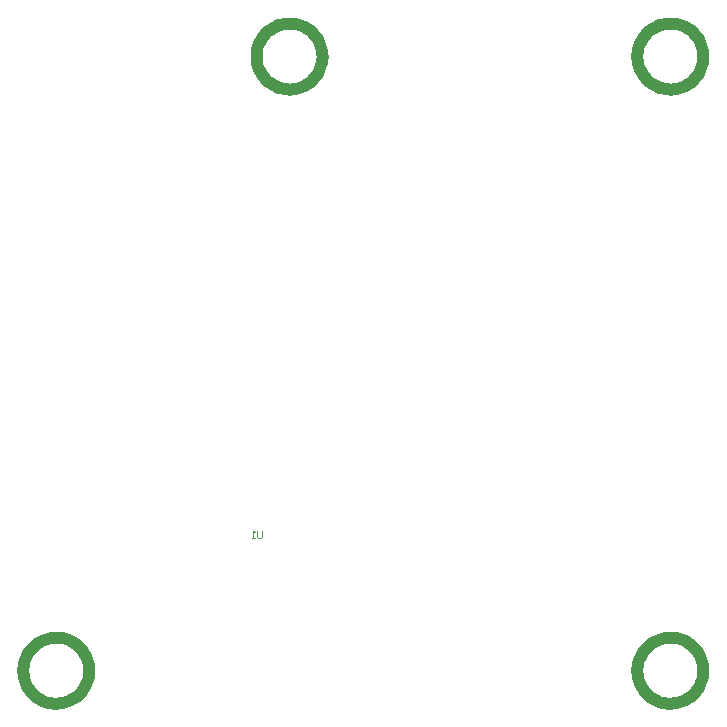
<source format=gm1>
G04*
G04 #@! TF.GenerationSoftware,Altium Limited,Altium Designer,20.2.6 (244)*
G04*
G04 Layer_Color=16711935*
%FSLAX25Y25*%
%MOIN*%
G70*
G04*
G04 #@! TF.SameCoordinates,023A6027-31B4-44E3-9114-37264AD4D944*
G04*
G04*
G04 #@! TF.FilePolarity,Positive*
G04*
G01*
G75*
%ADD10C,0.00394*%
%ADD120C,0.04000*%
D10*
X84240Y62385D02*
Y60417D01*
X83847Y60024D01*
X83059D01*
X82666Y60417D01*
Y62385D01*
X81879Y60024D02*
X81092D01*
X81485D01*
Y62385D01*
X81879Y61992D01*
D120*
X104504Y220472D02*
X104458Y221473D01*
X104322Y222465D01*
X104096Y223440D01*
X103782Y224391D01*
X103383Y225309D01*
X102902Y226188D01*
X102344Y227019D01*
X101712Y227796D01*
X101012Y228512D01*
X100250Y229161D01*
X99432Y229738D01*
X98565Y230239D01*
X97656Y230659D01*
X96712Y230994D01*
X95742Y231242D01*
X94753Y231401D01*
X93754Y231470D01*
X92753Y231447D01*
X91758Y231333D01*
X90778Y231129D01*
X89820Y230837D01*
X88893Y230459D01*
X88004Y229999D01*
X87160Y229459D01*
X86370Y228845D01*
X85638Y228162D01*
X84971Y227414D01*
X84375Y226610D01*
X83855Y225754D01*
X83415Y224855D01*
X83058Y223919D01*
X82788Y222955D01*
X82606Y221970D01*
X82515Y220973D01*
Y219972D01*
X82606Y218975D01*
X82788Y217990D01*
X83058Y217026D01*
X83415Y216090D01*
X83855Y215191D01*
X84375Y214335D01*
X84971Y213530D01*
X85638Y212783D01*
X86370Y212100D01*
X87160Y211486D01*
X88004Y210946D01*
X88893Y210486D01*
X89820Y210108D01*
X90778Y209816D01*
X91758Y209612D01*
X92753Y209498D01*
X93754Y209475D01*
X94753Y209544D01*
X95742Y209702D01*
X96712Y209951D01*
X97655Y210286D01*
X98565Y210706D01*
X99432Y211206D01*
X100250Y211784D01*
X101012Y212433D01*
X101712Y213149D01*
X102344Y213926D01*
X102902Y214757D01*
X103383Y215635D01*
X103782Y216554D01*
X104096Y217505D01*
X104322Y218480D01*
X104458Y219472D01*
X104504Y220472D01*
X26748Y15748D02*
X26702Y16748D01*
X26566Y17740D01*
X26340Y18716D01*
X26026Y19667D01*
X25627Y20585D01*
X25147Y21463D01*
X24588Y22294D01*
X23956Y23071D01*
X23256Y23787D01*
X22494Y24437D01*
X21676Y25014D01*
X20809Y25515D01*
X19900Y25934D01*
X18956Y26270D01*
X17986Y26518D01*
X16997Y26677D01*
X15998Y26745D01*
X14997Y26722D01*
X14003Y26609D01*
X13022Y26405D01*
X12064Y26113D01*
X11137Y25735D01*
X10248Y25274D01*
X9405Y24735D01*
X8614Y24121D01*
X7882Y23437D01*
X7215Y22690D01*
X6619Y21885D01*
X6099Y21030D01*
X5659Y20130D01*
X5302Y19195D01*
X5032Y18231D01*
X4851Y17246D01*
X4759Y16249D01*
Y15247D01*
X4851Y14250D01*
X5032Y13265D01*
X5302Y12301D01*
X5659Y11366D01*
X6099Y10466D01*
X6619Y9611D01*
X7215Y8806D01*
X7882Y8059D01*
X8614Y7375D01*
X9405Y6761D01*
X10248Y6222D01*
X11137Y5761D01*
X12064Y5383D01*
X13022Y5091D01*
X14003Y4887D01*
X14997Y4774D01*
X15998Y4751D01*
X16997Y4819D01*
X17986Y4978D01*
X18956Y5226D01*
X19900Y5562D01*
X20809Y5981D01*
X21676Y6482D01*
X22494Y7059D01*
X23256Y7709D01*
X23956Y8425D01*
X24588Y9202D01*
X25147Y10033D01*
X25627Y10911D01*
X26026Y11829D01*
X26340Y12780D01*
X26566Y13756D01*
X26702Y14748D01*
X26748Y15748D01*
X231472Y220472D02*
X231427Y221473D01*
X231291Y222465D01*
X231065Y223440D01*
X230751Y224391D01*
X230352Y225309D01*
X229871Y226188D01*
X229312Y227019D01*
X228680Y227796D01*
X227980Y228512D01*
X227218Y229161D01*
X226400Y229738D01*
X225533Y230239D01*
X224624Y230659D01*
X223680Y230994D01*
X222710Y231242D01*
X221722Y231401D01*
X220723Y231470D01*
X219722Y231447D01*
X218727Y231333D01*
X217746Y231129D01*
X216789Y230837D01*
X215862Y230459D01*
X214972Y229999D01*
X214129Y229459D01*
X213338Y228845D01*
X212606Y228162D01*
X211940Y227414D01*
X211344Y226610D01*
X210823Y225754D01*
X210383Y224855D01*
X210026Y223919D01*
X209756Y222955D01*
X209575Y221970D01*
X209484Y220973D01*
Y219972D01*
X209575Y218975D01*
X209756Y217990D01*
X210026Y217026D01*
X210383Y216090D01*
X210823Y215191D01*
X211344Y214335D01*
X211940Y213530D01*
X212606Y212783D01*
X213338Y212100D01*
X214129Y211486D01*
X214972Y210946D01*
X215862Y210486D01*
X216789Y210108D01*
X217747Y209816D01*
X218727Y209612D01*
X219722Y209498D01*
X220723Y209475D01*
X221722Y209544D01*
X222710Y209702D01*
X223680Y209951D01*
X224624Y210286D01*
X225533Y210706D01*
X226400Y211206D01*
X227218Y211784D01*
X227980Y212433D01*
X228680Y213149D01*
X229312Y213926D01*
X229871Y214757D01*
X230352Y215635D01*
X230751Y216554D01*
X231065Y217505D01*
X231291Y218480D01*
X231427Y219472D01*
X231472Y220472D01*
Y15748D02*
X231427Y16748D01*
X231291Y17740D01*
X231065Y18716D01*
X230751Y19667D01*
X230352Y20585D01*
X229871Y21463D01*
X229312Y22294D01*
X228680Y23071D01*
X227980Y23787D01*
X227218Y24437D01*
X226400Y25014D01*
X225533Y25515D01*
X224624Y25934D01*
X223680Y26270D01*
X222710Y26518D01*
X221722Y26677D01*
X220723Y26745D01*
X219722Y26722D01*
X218727Y26609D01*
X217746Y26405D01*
X216789Y26113D01*
X215862Y25735D01*
X214972Y25274D01*
X214129Y24735D01*
X213338Y24121D01*
X212606Y23437D01*
X211940Y22690D01*
X211344Y21885D01*
X210823Y21030D01*
X210383Y20130D01*
X210026Y19195D01*
X209756Y18231D01*
X209575Y17246D01*
X209484Y16249D01*
Y15247D01*
X209575Y14250D01*
X209756Y13265D01*
X210026Y12301D01*
X210383Y11366D01*
X210823Y10466D01*
X211344Y9611D01*
X211940Y8806D01*
X212606Y8059D01*
X213338Y7375D01*
X214129Y6761D01*
X214972Y6222D01*
X215862Y5761D01*
X216789Y5383D01*
X217747Y5091D01*
X218727Y4887D01*
X219722Y4774D01*
X220723Y4751D01*
X221722Y4819D01*
X222710Y4978D01*
X223680Y5226D01*
X224624Y5562D01*
X225533Y5981D01*
X226400Y6482D01*
X227218Y7059D01*
X227980Y7709D01*
X228680Y8425D01*
X229312Y9202D01*
X229871Y10033D01*
X230352Y10911D01*
X230751Y11829D01*
X231065Y12780D01*
X231291Y13756D01*
X231427Y14748D01*
X231472Y15748D01*
M02*

</source>
